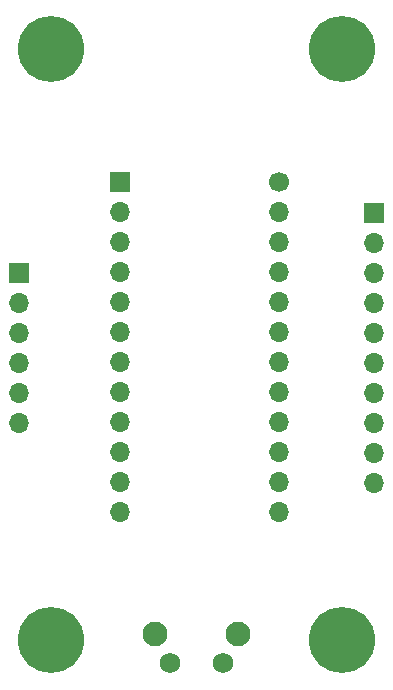
<source format=gbr>
%TF.GenerationSoftware,KiCad,Pcbnew,9.0.0*%
%TF.CreationDate,2025-06-04T23:48:02+02:00*%
%TF.ProjectId,uv_controler,75765f63-6f6e-4747-926f-6c65722e6b69,rev?*%
%TF.SameCoordinates,Original*%
%TF.FileFunction,Soldermask,Top*%
%TF.FilePolarity,Negative*%
%FSLAX46Y46*%
G04 Gerber Fmt 4.6, Leading zero omitted, Abs format (unit mm)*
G04 Created by KiCad (PCBNEW 9.0.0) date 2025-06-04 23:48:02*
%MOMM*%
%LPD*%
G01*
G04 APERTURE LIST*
%ADD10O,1.700000X1.700000*%
%ADD11R,1.700000X1.700000*%
%ADD12C,5.600000*%
%ADD13C,1.750000*%
%ADD14C,2.100000*%
%ADD15C,1.700000*%
G04 APERTURE END LIST*
D10*
%TO.C,J2*%
X129185534Y-98697500D03*
X129185534Y-96157500D03*
X129185534Y-93617500D03*
X129185534Y-91077500D03*
X129185534Y-88537500D03*
X129185534Y-85997500D03*
X129185534Y-83457500D03*
X129185534Y-80917500D03*
X129185534Y-78377500D03*
D11*
X129185534Y-75837500D03*
%TD*%
D10*
%TO.C,J1*%
X99185534Y-93612500D03*
X99185534Y-91072500D03*
X99185534Y-88532500D03*
X99185534Y-85992500D03*
X99185534Y-83452500D03*
D11*
X99185534Y-80912500D03*
%TD*%
D12*
%TO.C,REF\u002A\u002A*%
X126485534Y-62000000D03*
%TD*%
D13*
%TO.C,SW1*%
X111960534Y-113990000D03*
X116460534Y-113990000D03*
D14*
X110700534Y-111500000D03*
X117710534Y-111500000D03*
%TD*%
D12*
%TO.C,REF\u002A\u002A*%
X126485534Y-112000000D03*
%TD*%
%TO.C,REF\u002A\u002A*%
X101860534Y-112000000D03*
%TD*%
%TO.C,REF\u002A\u002A*%
X101860534Y-62000000D03*
%TD*%
D10*
%TO.C,U1*%
X121135534Y-101215000D03*
X107685534Y-101190000D03*
X121135534Y-98675000D03*
X107685534Y-98650000D03*
X121135534Y-96135000D03*
X107685534Y-96110000D03*
X121135534Y-93595000D03*
X107685534Y-93570000D03*
X121135534Y-91055000D03*
X107685534Y-91030000D03*
X121135534Y-88515000D03*
X107685534Y-88490000D03*
X121135534Y-85975000D03*
X107685534Y-85950000D03*
X121135534Y-83435000D03*
X107685534Y-83410000D03*
X121135534Y-80895000D03*
X107685534Y-80870000D03*
X121135534Y-78355000D03*
X107685534Y-78330000D03*
X121135534Y-75815000D03*
X107685534Y-75790000D03*
D15*
X121135534Y-73275000D03*
D11*
X107685534Y-73250000D03*
%TD*%
M02*

</source>
